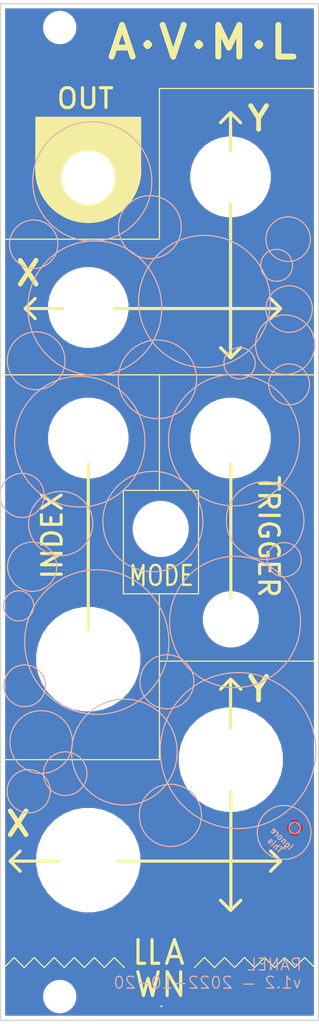
<source format=kicad_pcb>
(kicad_pcb (version 20171130) (host pcbnew "(5.1.10-1-10_14)")

  (general
    (thickness 1.6)
    (drawings 126)
    (tracks 1)
    (zones 0)
    (modules 13)
    (nets 2)
  )

  (page A4)
  (title_block
    (title "AVML: Front Panel")
    (date 2022-10-22)
    (rev 1.2)
    (company LLAWN)
    (comment 1 LLAWN.com)
  )

  (layers
    (0 Top signal)
    (31 Bottom signal hide)
    (34 B.Paste user hide)
    (35 F.Paste user)
    (36 B.SilkS user hide)
    (37 F.SilkS user)
    (38 B.Mask user hide)
    (39 F.Mask user)
    (40 Dwgs.User user hide)
    (41 Cmts.User user hide)
    (42 Eco1.User user hide)
    (43 Eco2.User user hide)
    (44 Edge.Cuts user)
    (45 Margin user hide)
    (46 B.CrtYd user hide)
    (47 F.CrtYd user)
  )

  (setup
    (last_trace_width 0.1524)
    (user_trace_width 1)
    (trace_clearance 0.1524)
    (zone_clearance 0.508)
    (zone_45_only yes)
    (trace_min 0.1524)
    (via_size 0.508)
    (via_drill 0.254)
    (via_min_size 0.508)
    (via_min_drill 0.254)
    (uvia_size 0.508)
    (uvia_drill 0.254)
    (uvias_allowed no)
    (uvia_min_size 0.2)
    (uvia_min_drill 0.1)
    (edge_width 0.15)
    (segment_width 0.2)
    (pcb_text_width 0.3)
    (pcb_text_size 1.5 1.5)
    (mod_edge_width 0.15)
    (mod_text_size 1 1)
    (mod_text_width 0.15)
    (pad_size 1.524 1.524)
    (pad_drill 0.762)
    (pad_to_mask_clearance 0.0508)
    (aux_axis_origin 0 0)
    (visible_elements FFFFFF7F)
    (pcbplotparams
      (layerselection 0x01020_7fffffff)
      (usegerberextensions true)
      (usegerberattributes false)
      (usegerberadvancedattributes false)
      (creategerberjobfile false)
      (excludeedgelayer true)
      (linewidth 0.100000)
      (plotframeref false)
      (viasonmask false)
      (mode 1)
      (useauxorigin false)
      (hpglpennumber 1)
      (hpglpenspeed 20)
      (hpglpendiameter 15.000000)
      (psnegative false)
      (psa4output false)
      (plotreference true)
      (plotvalue true)
      (plotinvisibletext false)
      (padsonsilk false)
      (subtractmaskfromsilk true)
      (outputformat 4)
      (mirror false)
      (drillshape 0)
      (scaleselection 1)
      (outputdirectory "gerbers/"))
  )

  (net 0 "")
  (net 1 GND)

  (net_class Default "This is the default net class."
    (clearance 0.1524)
    (trace_width 0.1524)
    (via_dia 0.508)
    (via_drill 0.254)
    (uvia_dia 0.508)
    (uvia_drill 0.254)
    (diff_pair_width 0.1524)
    (diff_pair_gap 0.1524)
    (add_net GND)
  )

  (module MountingHole:MountingHole_3.2mm_M3 locked (layer Top) (tedit 56D1B4CB) (tstamp 618E2DB1)
    (at 70.55296 150.34882)
    (descr "Mounting Hole 3.2mm, no annular, M3")
    (tags "mounting hole 3.2mm no annular m3")
    (attr virtual)
    (fp_text reference REF** (at 0 -4.2) (layer F.SilkS) hide
      (effects (font (size 1 1) (thickness 0.15)))
    )
    (fp_text value M3 (at 0 4.2) (layer F.Fab)
      (effects (font (size 1 1) (thickness 0.15)))
    )
    (fp_circle (center 0 0) (end 3.2 0) (layer Cmts.User) (width 0.15))
    (fp_circle (center 0 0) (end 3.45 0) (layer F.CrtYd) (width 0.05))
    (fp_text user %R (at 0.3 0) (layer F.Fab) hide
      (effects (font (size 1 1) (thickness 0.15)))
    )
    (pad 1 np_thru_hole circle (at 0 0) (size 3.2 3.2) (drill 3.2) (layers *.Cu *.Mask))
  )

  (module MountingHole:MountingHole_3.2mm_M3 locked (layer Top) (tedit 56D1B4CB) (tstamp 618E2D98)
    (at 70.55296 27.84882)
    (descr "Mounting Hole 3.2mm, no annular, M3")
    (tags "mounting hole 3.2mm no annular m3")
    (attr virtual)
    (fp_text reference REF** (at 0 -4.2) (layer F.SilkS) hide
      (effects (font (size 1 1) (thickness 0.15)))
    )
    (fp_text value M3 (at 0 4.2) (layer F.Fab)
      (effects (font (size 1 1) (thickness 0.15)))
    )
    (fp_circle (center 0 0) (end 3.2 0) (layer Cmts.User) (width 0.15))
    (fp_circle (center 0 0) (end 3.45 0) (layer F.CrtYd) (width 0.05))
    (fp_text user %R (at 0.3 0) (layer F.Fab) hide
      (effects (font (size 1 1) (thickness 0.15)))
    )
    (pad 1 np_thru_hole circle (at 0 0) (size 3.2 3.2) (drill 3.2) (layers *.Cu *.Mask))
  )

  (module TestPoint:TestPoint_Pad_D1.0mm (layer Bottom) (tedit 5A0F774F) (tstamp 618E2A86)
    (at 100.33 129.032 180)
    (descr "SMD pad as test Point, diameter 1.0mm")
    (tags "test point SMD pad")
    (path /618DD89D)
    (attr virtual)
    (fp_text reference J1 (at 0 1.448) (layer B.SilkS) hide
      (effects (font (size 1 1) (thickness 0.15)) (justify mirror))
    )
    (fp_text value DNP (at 0 -1.55) (layer B.Fab)
      (effects (font (size 1 1) (thickness 0.15)) (justify mirror))
    )
    (fp_circle (center 0 0) (end 1 0) (layer B.CrtYd) (width 0.05))
    (fp_circle (center 0 0) (end 0 -0.7) (layer B.SilkS) (width 0.12))
    (fp_text user %R (at 0 1.45) (layer B.Fab) hide
      (effects (font (size 1 1) (thickness 0.15)) (justify mirror))
    )
    (pad 1 smd circle (at 0 0 180) (size 1 1) (layers Bottom B.Mask)
      (net 1 GND))
  )

  (module jwm_kicad_footprints_misc:MountingHole_7.2mm_For_Potentiometer_Alpha_RD901F-40-00D locked (layer Top) (tedit 5FC8354B) (tstamp 618E120A)
    (at 74.168 133.103)
    (descr "Mounting Hole 6.4mm, no annular, M6, DIN965")
    (tags "mounting hole 6.4mm no annular m6 din965")
    (clearance 3)
    (attr virtual)
    (fp_text reference X (at -8.89 -4.579) (layer F.SilkS)
      (effects (font (size 3 3) (thickness 0.6)))
    )
    (fp_text value MountingHole_7.2mm_For_Potentiometer_Alpha_RD901F-40-00D (at 0 6.5) (layer F.Fab)
      (effects (font (size 1 1) (thickness 0.15)))
    )
    (fp_circle (center 0 0) (end 6 0) (layer Cmts.User) (width 0.15))
    (fp_circle (center 0 0) (end 6.4 0) (layer F.CrtYd) (width 0.05))
    (fp_text user %R (at 0.3 0) (layer F.Fab)
      (effects (font (size 1 1) (thickness 0.15)))
    )
    (pad "" np_thru_hole circle (at 0 0) (size 7.2 7.2) (drill 7.2) (layers *.Cu *.Mask))
  )

  (module jwm_kicad_footprints_misc:MountingHole_7.2mm_For_Potentiometer_Alpha_RD901F-40-00D locked (layer Top) (tedit 5FC8354B) (tstamp 618E3637)
    (at 92.242 120.403)
    (descr "Mounting Hole 6.4mm, no annular, M6, DIN965")
    (tags "mounting hole 6.4mm no annular m6 din965")
    (clearance 3)
    (attr virtual)
    (fp_text reference Y (at 3.516 -8.897) (layer F.SilkS)
      (effects (font (size 3 3) (thickness 0.6)))
    )
    (fp_text value MountingHole_7.2mm_For_Potentiometer_Alpha_RD901F-40-00D (at 0 6.5) (layer F.Fab)
      (effects (font (size 1 1) (thickness 0.15)))
    )
    (fp_circle (center 0 0) (end 6 0) (layer Cmts.User) (width 0.15))
    (fp_circle (center 0 0) (end 6.4 0) (layer F.CrtYd) (width 0.05))
    (fp_text user %R (at 0.3 0) (layer F.Fab)
      (effects (font (size 1 1) (thickness 0.15)))
    )
    (pad "" np_thru_hole circle (at 0 0) (size 7.2 7.2) (drill 7.2) (layers *.Cu *.Mask))
  )

  (module jwm_kicad_footprints_misc:MountingHole_7.2mm_For_Potentiometer_Alpha_RD901F-40-00D locked (layer Top) (tedit 5FC8354B) (tstamp 618E11E8)
    (at 74.168 107.703)
    (descr "Mounting Hole 6.4mm, no annular, M6, DIN965")
    (tags "mounting hole 6.4mm no annular m6 din965")
    (clearance 3)
    (attr virtual)
    (fp_text reference INDEX (at -4.572 -15.628 90) (layer F.SilkS)
      (effects (font (size 2.5 2.5) (thickness 0.4)))
    )
    (fp_text value MountingHole_7.2mm_For_Potentiometer_Alpha_RD901F-40-00D (at 0 6.5) (layer F.Fab)
      (effects (font (size 1 1) (thickness 0.15)))
    )
    (fp_circle (center 0 0) (end 6 0) (layer Cmts.User) (width 0.15))
    (fp_circle (center 0 0) (end 6.4 0) (layer F.CrtYd) (width 0.05))
    (fp_text user %R (at 0.3 0) (layer F.Fab)
      (effects (font (size 1 1) (thickness 0.15)))
    )
    (pad "" np_thru_hole circle (at 0 0) (size 7.2 7.2) (drill 7.2) (layers *.Cu *.Mask))
  )

  (module jwm_kicad_footprints_misc:MountingHole_5.1mm_For_E-Switch_Button_Cap_1R locked (layer Top) (tedit 604D19DF) (tstamp 618E11D7)
    (at 92.238 102.668)
    (descr "Mounting Hole 6.4mm, no annular, M6, DIN965")
    (tags "mounting hole 6.4mm no annular m6 din965")
    (clearance 1)
    (attr virtual)
    (fp_text reference TRIGGER (at 4.79 -10.466 270 unlocked) (layer F.SilkS)
      (effects (font (size 2.5 2.5) (thickness 0.4)))
    )
    (fp_text value MountingHole_5.1mm_For_E-Switch_Button_Cap_1R (at 0 5.334) (layer F.Fab)
      (effects (font (size 1 1) (thickness 0.15)))
    )
    (fp_circle (center 0 0) (end 2.6 0) (layer Cmts.User) (width 0.15))
    (fp_circle (center 0 0) (end 3 0) (layer F.CrtYd) (width 0.05))
    (fp_text user %R (at 0.3 0) (layer F.Fab)
      (effects (font (size 1 1) (thickness 0.15)))
    )
    (pad "" np_thru_hole circle (at 0 0) (size 5.1 5.1) (drill 5.1) (layers *.Cu *.Mask))
  )

  (module jwm_kicad_footprints_misc:MountingHole_5.1mm_For_E-Switch_Button_Cap_1R locked (layer Top) (tedit 604D19DF) (tstamp 618E11C6)
    (at 83.348 91.238)
    (descr "Mounting Hole 6.4mm, no annular, M6, DIN965")
    (tags "mounting hole 6.4mm no annular m6 din965")
    (clearance 1)
    (attr virtual)
    (fp_text reference MODE (at 0.091 5.917) (layer F.SilkS)
      (effects (font (size 2.5 2) (thickness 0.3)))
    )
    (fp_text value MountingHole_5.1mm_For_E-Switch_Button_Cap_1R (at 0 5.334) (layer F.Fab)
      (effects (font (size 1 1) (thickness 0.15)))
    )
    (fp_circle (center 0 0) (end 2.6 0) (layer Cmts.User) (width 0.15))
    (fp_circle (center 0 0) (end 3 0) (layer F.CrtYd) (width 0.05))
    (fp_text user %R (at 0.3 0) (layer F.Fab)
      (effects (font (size 1 1) (thickness 0.15)))
    )
    (pad "" np_thru_hole circle (at 0 0) (size 5.1 5.1) (drill 5.1) (layers *.Cu *.Mask))
  )

  (module jwm_kicad_footprints_misc:MountingHole_6.2mm_For_Jack_3.5mm_QingPu_WQP-PJ398SM locked (layer Top) (tedit 5FC834A0) (tstamp 618E11AA)
    (at 92.202 79.753)
    (descr "Mounting Hole 6.4mm, no annular, M6, DIN965")
    (tags "mounting hole 6.4mm no annular m6 din965")
    (clearance 2)
    (attr virtual)
    (fp_text reference TRIGGER (at 0 -6.5) (layer F.SilkS) hide
      (effects (font (size 1 1) (thickness 0.15)))
    )
    (fp_text value MountingHole_6.2mm_For_Jack_3.5mm_QingPu_WQP-PJ398SM (at 0 6.5) (layer F.Fab)
      (effects (font (size 1 1) (thickness 0.15)))
    )
    (fp_circle (center 0 0) (end 4 0) (layer Cmts.User) (width 0.15))
    (fp_circle (center 0 0) (end 4.4 0) (layer F.CrtYd) (width 0.05))
    (fp_text user %R (at 0.3 0) (layer F.Fab)
      (effects (font (size 1 1) (thickness 0.15)))
    )
    (pad "" np_thru_hole circle (at 0 0) (size 6.2 6.2) (drill 6.2) (layers *.Cu *.Mask))
  )

  (module jwm_kicad_footprints_misc:MountingHole_6.2mm_For_Jack_3.5mm_QingPu_WQP-PJ398SM locked (layer Top) (tedit 5FC834A0) (tstamp 618E1199)
    (at 74.168 79.753)
    (descr "Mounting Hole 6.4mm, no annular, M6, DIN965")
    (tags "mounting hole 6.4mm no annular m6 din965")
    (clearance 2)
    (attr virtual)
    (fp_text reference INDEX (at 0 -6.5) (layer F.SilkS) hide
      (effects (font (size 1 1) (thickness 0.15)))
    )
    (fp_text value MountingHole_6.2mm_For_Jack_3.5mm_QingPu_WQP-PJ398SM (at 0 6.5) (layer F.Fab)
      (effects (font (size 1 1) (thickness 0.15)))
    )
    (fp_circle (center 0 0) (end 4 0) (layer Cmts.User) (width 0.15))
    (fp_circle (center 0 0) (end 4.4 0) (layer F.CrtYd) (width 0.05))
    (fp_text user %R (at 0.3 0) (layer F.Fab)
      (effects (font (size 1 1) (thickness 0.15)))
    )
    (pad "" np_thru_hole circle (at 0 0) (size 6.2 6.2) (drill 6.2) (layers *.Cu *.Mask))
  )

  (module jwm_kicad_footprints_misc:MountingHole_6.2mm_For_Jack_3.5mm_QingPu_WQP-PJ398SM locked (layer Top) (tedit 5FC834A0) (tstamp 618E1187)
    (at 92.202 46.733)
    (descr "Mounting Hole 6.4mm, no annular, M6, DIN965")
    (tags "mounting hole 6.4mm no annular m6 din965")
    (clearance 2)
    (attr virtual)
    (fp_text reference Y (at 3.556 -7.363) (layer F.SilkS)
      (effects (font (size 3 3) (thickness 0.6)))
    )
    (fp_text value MountingHole_6.2mm_For_Jack_3.5mm_QingPu_WQP-PJ398SM (at 0 6.5) (layer F.Fab)
      (effects (font (size 1 1) (thickness 0.15)))
    )
    (fp_circle (center 0 0) (end 4 0) (layer Cmts.User) (width 0.15))
    (fp_circle (center 0 0) (end 4.4 0) (layer F.CrtYd) (width 0.05))
    (fp_text user %R (at 0.3 0) (layer F.Fab)
      (effects (font (size 1 1) (thickness 0.15)))
    )
    (pad "" np_thru_hole circle (at 0 0) (size 6.2 6.2) (drill 6.2) (layers *.Cu *.Mask))
  )

  (module jwm_kicad_footprints_misc:MountingHole_6.2mm_For_Jack_3.5mm_QingPu_WQP-PJ398SM locked (layer Top) (tedit 5FC834A0) (tstamp 618E1147)
    (at 74.168 63.243)
    (descr "Mounting Hole 6.4mm, no annular, M6, DIN965")
    (tags "mounting hole 6.4mm no annular m6 din965")
    (clearance 2)
    (attr virtual)
    (fp_text reference X (at -7.62 -4.315) (layer F.SilkS)
      (effects (font (size 3 3) (thickness 0.6)))
    )
    (fp_text value MountingHole_6.2mm_For_Jack_3.5mm_QingPu_WQP-PJ398SM (at 0 6.5) (layer F.Fab)
      (effects (font (size 1 1) (thickness 0.15)))
    )
    (fp_circle (center 0 0) (end 4 0) (layer Cmts.User) (width 0.15))
    (fp_circle (center 0 0) (end 4.4 0) (layer F.CrtYd) (width 0.05))
    (fp_text user %R (at 0.3 0) (layer F.Fab)
      (effects (font (size 1 1) (thickness 0.15)))
    )
    (pad "" np_thru_hole circle (at 0 0) (size 6.2 6.2) (drill 6.2) (layers *.Cu *.Mask))
  )

  (module jwm_kicad_footprints_misc:MountingHole_6.2mm_For_Jack_3.5mm_QingPu_WQP-PJ398SM locked (layer Top) (tedit 5FC834A0) (tstamp 618E111D)
    (at 74.168 46.733)
    (descr "Mounting Hole 6.4mm, no annular, M6, DIN965")
    (tags "mounting hole 6.4mm no annular m6 din965")
    (clearance 2)
    (attr virtual)
    (fp_text reference OUT (at -0.381 -9.903) (layer F.SilkS)
      (effects (font (size 2.5 2.5) (thickness 0.4)))
    )
    (fp_text value MountingHole_6.2mm_For_Jack_3.5mm_QingPu_WQP-PJ398SM (at 0 6.5) (layer F.Fab)
      (effects (font (size 1 1) (thickness 0.15)))
    )
    (fp_circle (center 0 0) (end 4.4 0) (layer F.CrtYd) (width 0.05))
    (fp_circle (center 0 0) (end 4 0) (layer Cmts.User) (width 0.15))
    (fp_text user %R (at 0.3 0) (layer F.Fab)
      (effects (font (size 1 1) (thickness 0.15)))
    )
    (pad "" np_thru_hole circle (at 0 0) (size 6.2 6.2) (drill 6.2) (layers *.Cu *.Mask))
  )

  (gr_line (start 63.5 54.61) (end 83.185 54.61) (layer F.SilkS) (width 0.15))
  (gr_line (start 102.87 107.95) (end 83.185 107.95) (layer F.SilkS) (width 0.15))
  (gr_line (start 102.87 71.755) (end 63.5 71.755) (layer F.SilkS) (width 0.15))
  (gr_line (start 83.185 120.405) (end 63.5 120.405) (layer F.SilkS) (width 0.15))
  (gr_line (start 83.185 107.315) (end 83.185 120.405) (layer F.SilkS) (width 0.15) (tstamp 6352A97B))
  (gr_line (start 83.185 107.315) (end 83.185 100.33) (layer F.SilkS) (width 0.15))
  (gr_line (start 83.185 35.56) (end 83.185 54.61) (layer F.SilkS) (width 0.15) (tstamp 6352A97F))
  (gr_line (start 83.185 71.755) (end 83.185 86.36) (layer F.SilkS) (width 0.15))
  (gr_line (start 83.185 35.56) (end 102.87 35.56) (layer F.SilkS) (width 0.15))
  (gr_line (start 83.185 100.33) (end 83.185 99.441) (layer F.SilkS) (width 0.15))
  (gr_line (start 83.185 20.955) (end 83.185 168.275) (layer Dwgs.User) (width 0.15))
  (gr_line (start 103.505 24.765) (end 57.785 170.18) (layer Dwgs.User) (width 0.15))
  (gr_line (start 62.865 24.765) (end 109.855 173.99) (layer Dwgs.User) (width 0.15))
  (gr_line (start 95.25 146.685) (end 93.98 145.415) (layer F.SilkS) (width 0.15) (tstamp 6352A8B0))
  (gr_line (start 90.17 146.685) (end 88.9 145.415) (layer F.SilkS) (width 0.15) (tstamp 6352A8AF))
  (gr_line (start 102.87 146.685) (end 101.6 145.415) (layer F.SilkS) (width 0.15) (tstamp 6352A8AE))
  (gr_line (start 100.33 146.685) (end 99.06 145.415) (layer F.SilkS) (width 0.15) (tstamp 6352A8AD))
  (gr_line (start 96.52 145.415) (end 95.25 146.685) (layer F.SilkS) (width 0.15) (tstamp 6352A8AC))
  (gr_line (start 88.9 145.415) (end 87.63 146.685) (layer F.SilkS) (width 0.15) (tstamp 6352A8AB))
  (gr_line (start 99.06 145.415) (end 97.79 146.685) (layer F.SilkS) (width 0.15) (tstamp 6352A8AA))
  (gr_line (start 101.6 145.415) (end 100.33 146.685) (layer F.SilkS) (width 0.15) (tstamp 6352A8A9))
  (gr_line (start 92.71 146.685) (end 91.44 145.415) (layer F.SilkS) (width 0.15) (tstamp 6352A8A8))
  (gr_line (start 93.98 145.415) (end 92.71 146.685) (layer F.SilkS) (width 0.15) (tstamp 6352A8A7))
  (gr_line (start 97.79 146.685) (end 96.52 145.415) (layer F.SilkS) (width 0.15) (tstamp 6352A8A6))
  (gr_line (start 91.44 145.415) (end 90.17 146.685) (layer F.SilkS) (width 0.15) (tstamp 6352A8A5))
  (gr_line (start 64.77 145.415) (end 63.5 146.685) (layer F.SilkS) (width 0.15) (tstamp 6352A5B8))
  (gr_line (start 74.93 145.415) (end 73.66 146.685) (layer F.SilkS) (width 0.15) (tstamp 6352A5B7))
  (gr_line (start 77.47 145.415) (end 76.2 146.685) (layer F.SilkS) (width 0.15) (tstamp 6352A5B6))
  (gr_line (start 68.58 146.685) (end 67.31 145.415) (layer F.SilkS) (width 0.15) (tstamp 6352A5B5))
  (gr_line (start 69.85 145.415) (end 68.58 146.685) (layer F.SilkS) (width 0.15) (tstamp 6352A5B4))
  (gr_line (start 73.66 146.685) (end 72.39 145.415) (layer F.SilkS) (width 0.15) (tstamp 6352A5B3))
  (gr_line (start 67.31 145.415) (end 66.04 146.685) (layer F.SilkS) (width 0.15) (tstamp 6352A5B2))
  (gr_line (start 66.04 146.685) (end 64.77 145.415) (layer F.SilkS) (width 0.15) (tstamp 6352A5B1))
  (gr_line (start 78.74 146.685) (end 77.47 145.415) (layer F.SilkS) (width 0.15) (tstamp 6352A5B0))
  (gr_line (start 76.2 146.685) (end 74.93 145.415) (layer F.SilkS) (width 0.15) (tstamp 6352A5AF))
  (gr_line (start 71.12 146.685) (end 69.85 145.415) (layer F.SilkS) (width 0.15) (tstamp 6352A5AE))
  (gr_line (start 72.39 145.415) (end 71.12 146.685) (layer F.SilkS) (width 0.15) (tstamp 6352A5AD))
  (gr_line (start 53.34 150.368) (end 112.522 150.368) (layer Dwgs.User) (width 0.15))
  (gr_text WN (at 83.312 148.844) (layer F.SilkS) (tstamp 6352A563)
    (effects (font (size 3 3) (thickness 0.4)))
  )
  (gr_text A (at 85.09 144.78) (layer F.SilkS) (tstamp 6352A566)
    (effects (font (size 3 3) (thickness 0.4)))
  )
  (gr_text L (at 82.55 144.78) (layer F.SilkS) (tstamp 6352A55D)
    (effects (font (size 3 1.8) (thickness 0.4)))
  )
  (gr_text L (at 80.772 144.78) (layer F.SilkS) (tstamp 6352A560)
    (effects (font (size 3 1.8) (thickness 0.4)))
  )
  (gr_text PANEL (at 97.79 146.304) (layer B.SilkS) (tstamp 6192A30F)
    (effects (font (size 1.5 1.5) (thickness 0.16)) (justify mirror))
  )
  (gr_text A·V·M·L (at 88.646 29.718) (layer F.SilkS) (tstamp 618E384D)
    (effects (font (size 4 4) (thickness 0.75)))
  )
  (gr_line (start 92.202 110.236) (end 92.202 116.459) (layer F.SilkS) (width 0.4) (tstamp 618E22B3))
  (gr_line (start 91.948 25.4) (end 74.422 25.4) (layer Dwgs.User) (width 0.15) (tstamp 618E350D))
  (gr_line (start 91.948 33.782) (end 91.948 25.4) (layer Dwgs.User) (width 0.15))
  (gr_line (start 74.422 33.782) (end 91.948 33.782) (layer Dwgs.User) (width 0.15))
  (gr_line (start 74.422 25.4) (end 74.422 33.782) (layer Dwgs.User) (width 0.15))
  (gr_line (start 78.613 99.441) (end 88.138 99.441) (layer F.SilkS) (width 0.15) (tstamp 618E22F9))
  (gr_line (start 88.138 99.441) (end 88.138 86.36) (layer F.SilkS) (width 0.15) (tstamp 618E22F8))
  (gr_line (start 88.138 86.36) (end 78.613 86.36) (layer F.SilkS) (width 0.15) (tstamp 618E22F7))
  (gr_line (start 78.613 86.36) (end 78.613 99.441) (layer F.SilkS) (width 0.15) (tstamp 618E22F6))
  (gr_line (start 92.238 82.804) (end 92.238 99.949) (layer F.SilkS) (width 0.4) (tstamp 618E22F5))
  (gr_line (start 74.168 82.677) (end 74.168 104.14) (layer F.SilkS) (width 0.4) (tstamp 618E22F4))
  (gr_line (start 98.552 63.373) (end 97.282 64.643) (layer F.SilkS) (width 0.4) (tstamp 618E22D9))
  (gr_line (start 98.552 63.373) (end 97.282 62.103) (layer F.SilkS) (width 0.4) (tstamp 618E22D8))
  (gr_line (start 92.202 38.608) (end 90.932 39.878) (layer F.SilkS) (width 0.4) (tstamp 618E22D7))
  (gr_line (start 92.202 38.608) (end 93.472 39.878) (layer F.SilkS) (width 0.4) (tstamp 618E22D6))
  (gr_line (start 66.167 63.37) (end 67.437 62.1) (layer F.SilkS) (width 0.4) (tstamp 618E22D5))
  (gr_line (start 66.167 63.373) (end 67.437 64.643) (layer F.SilkS) (width 0.4) (tstamp 618E22D4))
  (gr_line (start 90.932 68.326) (end 92.202 69.596) (layer F.SilkS) (width 0.4) (tstamp 618E22D3))
  (gr_line (start 92.202 69.596) (end 93.472 68.326) (layer F.SilkS) (width 0.4) (tstamp 618E22D2))
  (gr_circle (center 74.168 45.847) (end 80.815816 45.847) (layer F.SilkS) (width 0.15) (tstamp 618E22D1))
  (gr_poly (pts (xy 80.815816 45.847) (xy 80.825658 39.1795) (xy 67.510342 39.1795) (xy 67.5005 45.847) (xy 68.961 44.323) (xy 70.485 43.561) (xy 72.517 42.164) (xy 75.184 42.037) (xy 77.851 43.18) (xy 79.629 46.101)) (layer F.SilkS) (width 0.1) (tstamp 618E22D0))
  (gr_circle (center 74.168 46.836337) (end 78.668 46.836337) (layer F.SilkS) (width 2.2) (tstamp 618E22CF))
  (gr_circle (center 74.168 45.7835) (end 80.3275 45.7835) (layer F.SilkS) (width 1) (tstamp 618E22CE))
  (gr_circle (center 74.168 45.7835) (end 79.756 45.7835) (layer F.SilkS) (width 1) (tstamp 618E22CD))
  (gr_line (start 92.202 38.608) (end 92.202 43.561) (layer F.SilkS) (width 0.4) (tstamp 618E22CC))
  (gr_line (start 92.202 69.596) (end 92.202 50.1015) (layer F.SilkS) (width 0.4) (tstamp 618E22CB))
  (gr_line (start 66.167 63.373) (end 70.993 63.373) (layer F.SilkS) (width 0.4) (tstamp 618E22CA))
  (gr_line (start 98.552 63.373) (end 77.4065 63.373) (layer F.SilkS) (width 0.4) (tstamp 618E22C9))
  (gr_line (start 92.242 139.446) (end 93.512 138.176) (layer F.SilkS) (width 0.4) (tstamp 618E22BB))
  (gr_line (start 90.932 138.176) (end 92.202 139.446) (layer F.SilkS) (width 0.4) (tstamp 618E22BA))
  (gr_line (start 98.552 133.223) (end 97.282 131.953) (layer F.SilkS) (width 0.4) (tstamp 618E22B9))
  (gr_line (start 98.552 133.23) (end 97.282 134.5) (layer F.SilkS) (width 0.4) (tstamp 618E22B8))
  (gr_line (start 92.242 110.236) (end 93.512 111.506) (layer F.SilkS) (width 0.4) (tstamp 618E22B7))
  (gr_line (start 92.202 110.236) (end 90.932 111.506) (layer F.SilkS) (width 0.4) (tstamp 618E22B6))
  (gr_line (start 64.262 133.23) (end 65.532 134.5) (layer F.SilkS) (width 0.4) (tstamp 618E22B5))
  (gr_line (start 64.262 133.223) (end 65.532 131.953) (layer F.SilkS) (width 0.4) (tstamp 618E22B4))
  (gr_line (start 92.242 139.446) (end 92.242 124.3965) (layer F.SilkS) (width 0.4) (tstamp 618E22B2))
  (gr_line (start 64.262 133.23) (end 70.4215 133.23) (layer F.SilkS) (width 0.4) (tstamp 618E22B1))
  (gr_line (start 98.552 133.23) (end 77.9145 133.23) (layer F.SilkS) (width 0.4) (tstamp 618E22B0))
  (gr_text "Ignore\nThis" (at 98.298 130.81 -45) (layer B.SilkS)
    (effects (font (size 0.75 0.75) (thickness 0.16)) (justify mirror))
  )
  (gr_line (start 103.35296 24.84882) (end 103.35296 153.34882) (layer Edge.Cuts) (width 0.15) (tstamp 618E133D))
  (gr_line (start 63.05296 153.34882) (end 103.35296 153.34882) (layer Edge.Cuts) (width 0.15))
  (gr_line (start 63.05296 24.84882) (end 103.35296 24.84882) (layer Edge.Cuts) (width 0.15))
  (gr_line (start 63.05296 24.84882) (end 63.05296 153.34882) (layer Edge.Cuts) (width 0.15))
  (gr_line (start 101.917 39.003) (end 64.417 39.003) (layer Dwgs.User) (width 1))
  (gr_line (start 101.917 139.003) (end 101.917 39.003) (layer Dwgs.User) (width 1))
  (gr_line (start 64.417 139.003) (end 101.917 139.003) (layer Dwgs.User) (width 1))
  (gr_line (start 64.417 39.003) (end 64.417 139.003) (layer Dwgs.User) (width 1))
  (gr_text "v1.2 — 2022-10-20" (at 89.281 148.59) (layer B.SilkS)
    (effects (font (size 1.5 1.5) (thickness 0.16)) (justify mirror))
  )
  (gr_circle (center 98.9965 129.6035) (end 98.4885 132.969) (layer B.SilkS) (width 0.15))
  (gr_circle (center 84.582 127.4445) (end 84.6455 131.3815) (layer B.SilkS) (width 0.15))
  (gr_circle (center 71.247 122.174) (end 70.5485 124.841) (layer B.SilkS) (width 0.15))
  (gr_circle (center 66.6115 124.3965) (end 66.7385 127.127) (layer B.SilkS) (width 0.15))
  (gr_circle (center 65.786 86.995) (end 65.659 89.789) (layer B.SilkS) (width 0.15))
  (gr_circle (center 81.9785 53.086) (end 82.55 57.023) (layer B.SilkS) (width 0.15))
  (gr_circle (center 98.044 57.912) (end 97.5995 59.8805) (layer B.SilkS) (width 0.15))
  (gr_circle (center 99.6315 63.4365) (end 99.314 60.5155) (layer B.SilkS) (width 0.15))
  (gr_circle (center 93.345 70.2945) (end 94.234 72.0725) (layer B.SilkS) (width 0.15))
  (gr_circle (center 99.6315 72.9615) (end 99.1235 75.5015) (layer B.SilkS) (width 0.15))
  (gr_circle (center 98.9965 95.123) (end 98.8695 97.282) (layer B.SilkS) (width 0.15))
  (gr_circle (center 84.1375 110.5535) (end 83.566 113.919) (layer B.SilkS) (width 0.15))
  (gr_circle (center 66.1035 111.0615) (end 66.802 113.6015) (layer B.SilkS) (width 0.15))
  (gr_circle (center 65.3415 100.965) (end 65.8495 102.8065) (layer B.SilkS) (width 0.15))
  (gr_circle (center 67.056 96.012) (end 66.421 99.06) (layer B.SilkS) (width 0.15))
  (gr_circle (center 67.564 69.977) (end 66.294 73.406) (layer B.SilkS) (width 0.15))
  (gr_circle (center 99.1235 67.945) (end 97.2185 71.1835) (layer B.SilkS) (width 0.15))
  (gr_circle (center 99.5045 54.61) (end 98.806 57.3405) (layer B.SilkS) (width 0.15))
  (gr_circle (center 67.2465 55.245) (end 66.929 58.293) (layer B.SilkS) (width 0.15))
  (gr_circle (center 82.931 72.3265) (end 82.55 77.2795) (layer B.SilkS) (width 0.15))
  (gr_circle (center 96.5835 90.17) (end 95.631 94.996) (layer B.SilkS) (width 0.15))
  (gr_circle (center 70.6755 90.551) (end 70.5485 94.615) (layer B.SilkS) (width 0.15))
  (gr_circle (center 68.199 118.1735) (end 68.6435 122.1105) (layer B.SilkS) (width 0.15))
  (gr_circle (center 78.74 119.4435) (end 74.168 124.333) (layer B.SilkS) (width 0.15))
  (gr_circle (center 93.1545 119.253) (end 88.519 127.9525) (layer B.SilkS) (width 0.15))
  (gr_circle (center 92.7735 102.997) (end 97.536 109.7915) (layer B.SilkS) (width 0.15))
  (gr_circle (center 75.2475 105.537) (end 72.4535 114.2365) (layer B.SilkS) (width 0.15))
  (gr_circle (center 82.3595 90.297) (end 81.153 96.52) (layer B.SilkS) (width 0.15))
  (gr_circle (center 73.0885 80.2005) (end 72.771 88.4555) (layer B.SilkS) (width 0.15))
  (gr_circle (center 92.6465 80.01) (end 90.932 88.138) (layer B.SilkS) (width 0.15))
  (gr_circle (center 88.9 62.484) (end 85.217 69.977) (layer B.SilkS) (width 0.15))
  (gr_circle (center 74.9935 63.3095) (end 78.1685 71.1835) (layer B.SilkS) (width 0.15))
  (gr_circle (center 74.676 47.3075) (end 75.565 54.8005) (layer B.SilkS) (width 0.15))

  (via (at 83.439 151.5745) (size 0.508) (drill 0.254) (layers Top Bottom) (net 1))

  (zone (net 1) (net_name GND) (layer Bottom) (tstamp 6352A9BD) (hatch edge 0.508)
    (connect_pads (clearance 0.508))
    (min_thickness 0.254)
    (fill yes (arc_segments 32) (thermal_gap 0.508) (thermal_bridge_width 0.508))
    (polygon
      (pts
        (xy 103.378 153.416) (xy 62.992 153.416) (xy 62.992 24.892) (xy 103.378 24.892)
      )
    )
    (filled_polygon
      (pts
        (xy 102.642961 152.63882) (xy 63.76296 152.63882) (xy 63.76296 150.128692) (xy 68.31796 150.128692) (xy 68.31796 150.568948)
        (xy 68.40385 151.000745) (xy 68.572329 151.407489) (xy 68.816922 151.773549) (xy 69.128231 152.084858) (xy 69.494291 152.329451)
        (xy 69.901035 152.49793) (xy 70.332832 152.58382) (xy 70.773088 152.58382) (xy 71.204885 152.49793) (xy 71.611629 152.329451)
        (xy 71.977689 152.084858) (xy 72.288998 151.773549) (xy 72.533591 151.407489) (xy 72.70207 151.000745) (xy 72.78796 150.568948)
        (xy 72.78796 150.128692) (xy 72.70207 149.696895) (xy 72.533591 149.290151) (xy 72.288998 148.924091) (xy 71.977689 148.612782)
        (xy 71.611629 148.368189) (xy 71.204885 148.19971) (xy 70.773088 148.11382) (xy 70.332832 148.11382) (xy 69.901035 148.19971)
        (xy 69.494291 148.368189) (xy 69.128231 148.612782) (xy 68.816922 148.924091) (xy 68.572329 149.290151) (xy 68.40385 149.696895)
        (xy 68.31796 150.128692) (xy 63.76296 150.128692) (xy 63.76296 132.440448) (xy 67.441 132.440448) (xy 67.441 133.765552)
        (xy 67.699515 135.065193) (xy 68.20661 136.289429) (xy 68.942798 137.391212) (xy 69.879788 138.328202) (xy 70.981571 139.06439)
        (xy 72.205807 139.571485) (xy 73.505448 139.83) (xy 74.830552 139.83) (xy 76.130193 139.571485) (xy 77.354429 139.06439)
        (xy 78.456212 138.328202) (xy 79.393202 137.391212) (xy 80.12939 136.289429) (xy 80.636485 135.065193) (xy 80.895 133.765552)
        (xy 80.895 132.440448) (xy 80.636485 131.140807) (xy 80.12939 129.916571) (xy 80.058293 129.810166) (xy 99.731439 129.810166)
        (xy 99.76655 130.023588) (xy 99.970826 130.114458) (xy 100.188905 130.163731) (xy 100.412406 130.169511) (xy 100.63274 130.131577)
        (xy 100.84144 130.051387) (xy 100.89345 130.023588) (xy 100.928561 129.810166) (xy 100.33 129.211605) (xy 99.731439 129.810166)
        (xy 80.058293 129.810166) (xy 79.593401 129.114406) (xy 99.192489 129.114406) (xy 99.230423 129.33474) (xy 99.310613 129.54344)
        (xy 99.338412 129.59545) (xy 99.551834 129.630561) (xy 100.150395 129.032) (xy 100.509605 129.032) (xy 101.108166 129.630561)
        (xy 101.321588 129.59545) (xy 101.412458 129.391174) (xy 101.461731 129.173095) (xy 101.467511 128.949594) (xy 101.429577 128.72926)
        (xy 101.349387 128.52056) (xy 101.321588 128.46855) (xy 101.108166 128.433439) (xy 100.509605 129.032) (xy 100.150395 129.032)
        (xy 99.551834 128.433439) (xy 99.338412 128.46855) (xy 99.247542 128.672826) (xy 99.198269 128.890905) (xy 99.192489 129.114406)
        (xy 79.593401 129.114406) (xy 79.393202 128.814788) (xy 78.832248 128.253834) (xy 99.731439 128.253834) (xy 100.33 128.852395)
        (xy 100.928561 128.253834) (xy 100.89345 128.040412) (xy 100.689174 127.949542) (xy 100.471095 127.900269) (xy 100.247594 127.894489)
        (xy 100.02726 127.932423) (xy 99.81856 128.012613) (xy 99.76655 128.040412) (xy 99.731439 128.253834) (xy 78.832248 128.253834)
        (xy 78.456212 127.877798) (xy 77.354429 127.14161) (xy 76.130193 126.634515) (xy 74.830552 126.376) (xy 73.505448 126.376)
        (xy 72.205807 126.634515) (xy 70.981571 127.14161) (xy 69.879788 127.877798) (xy 68.942798 128.814788) (xy 68.20661 129.916571)
        (xy 67.699515 131.140807) (xy 67.441 132.440448) (xy 63.76296 132.440448) (xy 63.76296 119.740448) (xy 85.515 119.740448)
        (xy 85.515 121.065552) (xy 85.773515 122.365193) (xy 86.28061 123.589429) (xy 87.016798 124.691212) (xy 87.953788 125.628202)
        (xy 89.055571 126.36439) (xy 90.279807 126.871485) (xy 91.579448 127.13) (xy 92.904552 127.13) (xy 94.204193 126.871485)
        (xy 95.428429 126.36439) (xy 96.530212 125.628202) (xy 97.467202 124.691212) (xy 98.20339 123.589429) (xy 98.710485 122.365193)
        (xy 98.969 121.065552) (xy 98.969 119.740448) (xy 98.710485 118.440807) (xy 98.20339 117.216571) (xy 97.467202 116.114788)
        (xy 96.530212 115.177798) (xy 95.428429 114.44161) (xy 94.204193 113.934515) (xy 92.904552 113.676) (xy 91.579448 113.676)
        (xy 90.279807 113.934515) (xy 89.055571 114.44161) (xy 87.953788 115.177798) (xy 87.016798 116.114788) (xy 86.28061 117.216571)
        (xy 85.773515 118.440807) (xy 85.515 119.740448) (xy 63.76296 119.740448) (xy 63.76296 107.040448) (xy 67.441 107.040448)
        (xy 67.441 108.365552) (xy 67.699515 109.665193) (xy 68.20661 110.889429) (xy 68.942798 111.991212) (xy 69.879788 112.928202)
        (xy 70.981571 113.66439) (xy 72.205807 114.171485) (xy 73.505448 114.43) (xy 74.830552 114.43) (xy 76.130193 114.171485)
        (xy 77.354429 113.66439) (xy 78.456212 112.928202) (xy 79.393202 111.991212) (xy 80.12939 110.889429) (xy 80.636485 109.665193)
        (xy 80.895 108.365552) (xy 80.895 107.040448) (xy 80.636485 105.740807) (xy 80.12939 104.516571) (xy 79.393202 103.414788)
        (xy 78.456212 102.477798) (xy 78.19887 102.305847) (xy 88.561 102.305847) (xy 88.561 103.030153) (xy 88.702305 103.740541)
        (xy 88.979485 104.409712) (xy 89.381888 105.011951) (xy 89.894049 105.524112) (xy 90.496288 105.926515) (xy 91.165459 106.203695)
        (xy 91.875847 106.345) (xy 92.600153 106.345) (xy 93.310541 106.203695) (xy 93.979712 105.926515) (xy 94.581951 105.524112)
        (xy 95.094112 105.011951) (xy 95.496515 104.409712) (xy 95.773695 103.740541) (xy 95.915 103.030153) (xy 95.915 102.305847)
        (xy 95.773695 101.595459) (xy 95.496515 100.926288) (xy 95.094112 100.324049) (xy 94.581951 99.811888) (xy 93.979712 99.409485)
        (xy 93.310541 99.132305) (xy 92.600153 98.991) (xy 91.875847 98.991) (xy 91.165459 99.132305) (xy 90.496288 99.409485)
        (xy 89.894049 99.811888) (xy 89.381888 100.324049) (xy 88.979485 100.926288) (xy 88.702305 101.595459) (xy 88.561 102.305847)
        (xy 78.19887 102.305847) (xy 77.354429 101.74161) (xy 76.130193 101.234515) (xy 74.830552 100.976) (xy 73.505448 100.976)
        (xy 72.205807 101.234515) (xy 70.981571 101.74161) (xy 69.879788 102.477798) (xy 68.942798 103.414788) (xy 68.20661 104.516571)
        (xy 67.699515 105.740807) (xy 67.441 107.040448) (xy 63.76296 107.040448) (xy 63.76296 90.875847) (xy 79.671 90.875847)
        (xy 79.671 91.600153) (xy 79.812305 92.310541) (xy 80.089485 92.979712) (xy 80.491888 93.581951) (xy 81.004049 94.094112)
        (xy 81.606288 94.496515) (xy 82.275459 94.773695) (xy 82.985847 94.915) (xy 83.710153 94.915) (xy 84.420541 94.773695)
        (xy 85.089712 94.496515) (xy 85.691951 94.094112) (xy 86.204112 93.581951) (xy 86.606515 92.979712) (xy 86.883695 92.310541)
        (xy 87.025 91.600153) (xy 87.025 90.875847) (xy 86.883695 90.165459) (xy 86.606515 89.496288) (xy 86.204112 88.894049)
        (xy 85.691951 88.381888) (xy 85.089712 87.979485) (xy 84.420541 87.702305) (xy 83.710153 87.561) (xy 82.985847 87.561)
        (xy 82.275459 87.702305) (xy 81.606288 87.979485) (xy 81.004049 88.381888) (xy 80.491888 88.894049) (xy 80.089485 89.496288)
        (xy 79.812305 90.165459) (xy 79.671 90.875847) (xy 63.76296 90.875847) (xy 63.76296 79.238185) (xy 68.941 79.238185)
        (xy 68.941 80.267815) (xy 69.141871 81.27766) (xy 69.535893 82.228913) (xy 70.107924 83.085018) (xy 70.835982 83.813076)
        (xy 71.692087 84.385107) (xy 72.64334 84.779129) (xy 73.653185 84.98) (xy 74.682815 84.98) (xy 75.69266 84.779129)
        (xy 76.643913 84.385107) (xy 77.500018 83.813076) (xy 78.228076 83.085018) (xy 78.800107 82.228913) (xy 79.194129 81.27766)
        (xy 79.395 80.267815) (xy 79.395 79.238185) (xy 86.975 79.238185) (xy 86.975 80.267815) (xy 87.175871 81.27766)
        (xy 87.569893 82.228913) (xy 88.141924 83.085018) (xy 88.869982 83.813076) (xy 89.726087 84.385107) (xy 90.67734 84.779129)
        (xy 91.687185 84.98) (xy 92.716815 84.98) (xy 93.72666 84.779129) (xy 94.677913 84.385107) (xy 95.534018 83.813076)
        (xy 96.262076 83.085018) (xy 96.834107 82.228913) (xy 97.228129 81.27766) (xy 97.429 80.267815) (xy 97.429 79.238185)
        (xy 97.228129 78.22834) (xy 96.834107 77.277087) (xy 96.262076 76.420982) (xy 95.534018 75.692924) (xy 94.677913 75.120893)
        (xy 93.72666 74.726871) (xy 92.716815 74.526) (xy 91.687185 74.526) (xy 90.67734 74.726871) (xy 89.726087 75.120893)
        (xy 88.869982 75.692924) (xy 88.141924 76.420982) (xy 87.569893 77.277087) (xy 87.175871 78.22834) (xy 86.975 79.238185)
        (xy 79.395 79.238185) (xy 79.194129 78.22834) (xy 78.800107 77.277087) (xy 78.228076 76.420982) (xy 77.500018 75.692924)
        (xy 76.643913 75.120893) (xy 75.69266 74.726871) (xy 74.682815 74.526) (xy 73.653185 74.526) (xy 72.64334 74.726871)
        (xy 71.692087 75.120893) (xy 70.835982 75.692924) (xy 70.107924 76.420982) (xy 69.535893 77.277087) (xy 69.141871 78.22834)
        (xy 68.941 79.238185) (xy 63.76296 79.238185) (xy 63.76296 62.728185) (xy 68.941 62.728185) (xy 68.941 63.757815)
        (xy 69.141871 64.76766) (xy 69.535893 65.718913) (xy 70.107924 66.575018) (xy 70.835982 67.303076) (xy 71.692087 67.875107)
        (xy 72.64334 68.269129) (xy 73.653185 68.47) (xy 74.682815 68.47) (xy 75.69266 68.269129) (xy 76.643913 67.875107)
        (xy 77.500018 67.303076) (xy 78.228076 66.575018) (xy 78.800107 65.718913) (xy 79.194129 64.76766) (xy 79.395 63.757815)
        (xy 79.395 62.728185) (xy 79.194129 61.71834) (xy 78.800107 60.767087) (xy 78.228076 59.910982) (xy 77.500018 59.182924)
        (xy 76.643913 58.610893) (xy 75.69266 58.216871) (xy 74.682815 58.016) (xy 73.653185 58.016) (xy 72.64334 58.216871)
        (xy 71.692087 58.610893) (xy 70.835982 59.182924) (xy 70.107924 59.910982) (xy 69.535893 60.767087) (xy 69.141871 61.71834)
        (xy 68.941 62.728185) (xy 63.76296 62.728185) (xy 63.76296 46.218185) (xy 68.941 46.218185) (xy 68.941 47.247815)
        (xy 69.141871 48.25766) (xy 69.535893 49.208913) (xy 70.107924 50.065018) (xy 70.835982 50.793076) (xy 71.692087 51.365107)
        (xy 72.64334 51.759129) (xy 73.653185 51.96) (xy 74.682815 51.96) (xy 75.69266 51.759129) (xy 76.643913 51.365107)
        (xy 77.500018 50.793076) (xy 78.228076 50.065018) (xy 78.800107 49.208913) (xy 79.194129 48.25766) (xy 79.395 47.247815)
        (xy 79.395 46.218185) (xy 86.975 46.218185) (xy 86.975 47.247815) (xy 87.175871 48.25766) (xy 87.569893 49.208913)
        (xy 88.141924 50.065018) (xy 88.869982 50.793076) (xy 89.726087 51.365107) (xy 90.67734 51.759129) (xy 91.687185 51.96)
        (xy 92.716815 51.96) (xy 93.72666 51.759129) (xy 94.677913 51.365107) (xy 95.534018 50.793076) (xy 96.262076 50.065018)
        (xy 96.834107 49.208913) (xy 97.228129 48.25766) (xy 97.429 47.247815) (xy 97.429 46.218185) (xy 97.228129 45.20834)
        (xy 96.834107 44.257087) (xy 96.262076 43.400982) (xy 95.534018 42.672924) (xy 94.677913 42.100893) (xy 93.72666 41.706871)
        (xy 92.716815 41.506) (xy 91.687185 41.506) (xy 90.67734 41.706871) (xy 89.726087 42.100893) (xy 88.869982 42.672924)
        (xy 88.141924 43.400982) (xy 87.569893 44.257087) (xy 87.175871 45.20834) (xy 86.975 46.218185) (xy 79.395 46.218185)
        (xy 79.194129 45.20834) (xy 78.800107 44.257087) (xy 78.228076 43.400982) (xy 77.500018 42.672924) (xy 76.643913 42.100893)
        (xy 75.69266 41.706871) (xy 74.682815 41.506) (xy 73.653185 41.506) (xy 72.64334 41.706871) (xy 71.692087 42.100893)
        (xy 70.835982 42.672924) (xy 70.107924 43.400982) (xy 69.535893 44.257087) (xy 69.141871 45.20834) (xy 68.941 46.218185)
        (xy 63.76296 46.218185) (xy 63.76296 27.628692) (xy 68.31796 27.628692) (xy 68.31796 28.068948) (xy 68.40385 28.500745)
        (xy 68.572329 28.907489) (xy 68.816922 29.273549) (xy 69.128231 29.584858) (xy 69.494291 29.829451) (xy 69.901035 29.99793)
        (xy 70.332832 30.08382) (xy 70.773088 30.08382) (xy 71.204885 29.99793) (xy 71.611629 29.829451) (xy 71.977689 29.584858)
        (xy 72.288998 29.273549) (xy 72.533591 28.907489) (xy 72.70207 28.500745) (xy 72.78796 28.068948) (xy 72.78796 27.628692)
        (xy 72.70207 27.196895) (xy 72.533591 26.790151) (xy 72.288998 26.424091) (xy 71.977689 26.112782) (xy 71.611629 25.868189)
        (xy 71.204885 25.69971) (xy 70.773088 25.61382) (xy 70.332832 25.61382) (xy 69.901035 25.69971) (xy 69.494291 25.868189)
        (xy 69.128231 26.112782) (xy 68.816922 26.424091) (xy 68.572329 26.790151) (xy 68.40385 27.196895) (xy 68.31796 27.628692)
        (xy 63.76296 27.628692) (xy 63.76296 25.55882) (xy 102.64296 25.55882)
      )
    )
  )
  (zone (net 1) (net_name GND) (layer Top) (tstamp 6352A9BA) (hatch edge 0.508)
    (connect_pads (clearance 0.508))
    (min_thickness 0.254)
    (fill yes (arc_segments 32) (thermal_gap 0.508) (thermal_bridge_width 0.508))
    (polygon
      (pts
        (xy 103.378 24.892) (xy 103.378 153.416) (xy 62.992 153.416) (xy 62.992 24.892)
      )
    )
    (filled_polygon
      (pts
        (xy 102.642961 152.63882) (xy 63.76296 152.63882) (xy 63.76296 150.128692) (xy 68.31796 150.128692) (xy 68.31796 150.568948)
        (xy 68.40385 151.000745) (xy 68.572329 151.407489) (xy 68.816922 151.773549) (xy 69.128231 152.084858) (xy 69.494291 152.329451)
        (xy 69.901035 152.49793) (xy 70.332832 152.58382) (xy 70.773088 152.58382) (xy 71.204885 152.49793) (xy 71.611629 152.329451)
        (xy 71.977689 152.084858) (xy 72.288998 151.773549) (xy 72.533591 151.407489) (xy 72.70207 151.000745) (xy 72.78796 150.568948)
        (xy 72.78796 150.128692) (xy 72.70207 149.696895) (xy 72.533591 149.290151) (xy 72.288998 148.924091) (xy 71.977689 148.612782)
        (xy 71.611629 148.368189) (xy 71.204885 148.19971) (xy 70.773088 148.11382) (xy 70.332832 148.11382) (xy 69.901035 148.19971)
        (xy 69.494291 148.368189) (xy 69.128231 148.612782) (xy 68.816922 148.924091) (xy 68.572329 149.290151) (xy 68.40385 149.696895)
        (xy 68.31796 150.128692) (xy 63.76296 150.128692) (xy 63.76296 132.440448) (xy 67.441 132.440448) (xy 67.441 133.765552)
        (xy 67.699515 135.065193) (xy 68.20661 136.289429) (xy 68.942798 137.391212) (xy 69.879788 138.328202) (xy 70.981571 139.06439)
        (xy 72.205807 139.571485) (xy 73.505448 139.83) (xy 74.830552 139.83) (xy 76.130193 139.571485) (xy 77.354429 139.06439)
        (xy 78.456212 138.328202) (xy 79.393202 137.391212) (xy 80.12939 136.289429) (xy 80.636485 135.065193) (xy 80.895 133.765552)
        (xy 80.895 132.440448) (xy 80.636485 131.140807) (xy 80.12939 129.916571) (xy 79.393202 128.814788) (xy 78.456212 127.877798)
        (xy 77.354429 127.14161) (xy 76.130193 126.634515) (xy 74.830552 126.376) (xy 73.505448 126.376) (xy 72.205807 126.634515)
        (xy 70.981571 127.14161) (xy 69.879788 127.877798) (xy 68.942798 128.814788) (xy 68.20661 129.916571) (xy 67.699515 131.140807)
        (xy 67.441 132.440448) (xy 63.76296 132.440448) (xy 63.76296 119.740448) (xy 85.515 119.740448) (xy 85.515 121.065552)
        (xy 85.773515 122.365193) (xy 86.28061 123.589429) (xy 87.016798 124.691212) (xy 87.953788 125.628202) (xy 89.055571 126.36439)
        (xy 90.279807 126.871485) (xy 91.579448 127.13) (xy 92.904552 127.13) (xy 94.204193 126.871485) (xy 95.428429 126.36439)
        (xy 96.530212 125.628202) (xy 97.467202 124.691212) (xy 98.20339 123.589429) (xy 98.710485 122.365193) (xy 98.969 121.065552)
        (xy 98.969 119.740448) (xy 98.710485 118.440807) (xy 98.20339 117.216571) (xy 97.467202 116.114788) (xy 96.530212 115.177798)
        (xy 95.428429 114.44161) (xy 94.204193 113.934515) (xy 92.904552 113.676) (xy 91.579448 113.676) (xy 90.279807 113.934515)
        (xy 89.055571 114.44161) (xy 87.953788 115.177798) (xy 87.016798 116.114788) (xy 86.28061 117.216571) (xy 85.773515 118.440807)
        (xy 85.515 119.740448) (xy 63.76296 119.740448) (xy 63.76296 107.040448) (xy 67.441 107.040448) (xy 67.441 108.365552)
        (xy 67.699515 109.665193) (xy 68.20661 110.889429) (xy 68.942798 111.991212) (xy 69.879788 112.928202) (xy 70.981571 113.66439)
        (xy 72.205807 114.171485) (xy 73.505448 114.43) (xy 74.830552 114.43) (xy 76.130193 114.171485) (xy 77.354429 113.66439)
        (xy 78.456212 112.928202) (xy 79.393202 111.991212) (xy 80.12939 110.889429) (xy 80.636485 109.665193) (xy 80.895 108.365552)
        (xy 80.895 107.040448) (xy 80.636485 105.740807) (xy 80.12939 104.516571) (xy 79.393202 103.414788) (xy 78.456212 102.477798)
        (xy 78.19887 102.305847) (xy 88.561 102.305847) (xy 88.561 103.030153) (xy 88.702305 103.740541) (xy 88.979485 104.409712)
        (xy 89.381888 105.011951) (xy 89.894049 105.524112) (xy 90.496288 105.926515) (xy 91.165459 106.203695) (xy 91.875847 106.345)
        (xy 92.600153 106.345) (xy 93.310541 106.203695) (xy 93.979712 105.926515) (xy 94.581951 105.524112) (xy 95.094112 105.011951)
        (xy 95.496515 104.409712) (xy 95.773695 103.740541) (xy 95.915 103.030153) (xy 95.915 102.305847) (xy 95.773695 101.595459)
        (xy 95.496515 100.926288) (xy 95.094112 100.324049) (xy 94.581951 99.811888) (xy 93.979712 99.409485) (xy 93.310541 99.132305)
        (xy 92.600153 98.991) (xy 91.875847 98.991) (xy 91.165459 99.132305) (xy 90.496288 99.409485) (xy 89.894049 99.811888)
        (xy 89.381888 100.324049) (xy 88.979485 100.926288) (xy 88.702305 101.595459) (xy 88.561 102.305847) (xy 78.19887 102.305847)
        (xy 77.354429 101.74161) (xy 76.130193 101.234515) (xy 74.830552 100.976) (xy 73.505448 100.976) (xy 72.205807 101.234515)
        (xy 70.981571 101.74161) (xy 69.879788 102.477798) (xy 68.942798 103.414788) (xy 68.20661 104.516571) (xy 67.699515 105.740807)
        (xy 67.441 107.040448) (xy 63.76296 107.040448) (xy 63.76296 90.875847) (xy 79.671 90.875847) (xy 79.671 91.600153)
        (xy 79.812305 92.310541) (xy 80.089485 92.979712) (xy 80.491888 93.581951) (xy 81.004049 94.094112) (xy 81.606288 94.496515)
        (xy 82.275459 94.773695) (xy 82.985847 94.915) (xy 83.710153 94.915) (xy 84.420541 94.773695) (xy 85.089712 94.496515)
        (xy 85.691951 94.094112) (xy 86.204112 93.581951) (xy 86.606515 92.979712) (xy 86.883695 92.310541) (xy 87.025 91.600153)
        (xy 87.025 90.875847) (xy 86.883695 90.165459) (xy 86.606515 89.496288) (xy 86.204112 88.894049) (xy 85.691951 88.381888)
        (xy 85.089712 87.979485) (xy 84.420541 87.702305) (xy 83.710153 87.561) (xy 82.985847 87.561) (xy 82.275459 87.702305)
        (xy 81.606288 87.979485) (xy 81.004049 88.381888) (xy 80.491888 88.894049) (xy 80.089485 89.496288) (xy 79.812305 90.165459)
        (xy 79.671 90.875847) (xy 63.76296 90.875847) (xy 63.76296 79.238185) (xy 68.941 79.238185) (xy 68.941 80.267815)
        (xy 69.141871 81.27766) (xy 69.535893 82.228913) (xy 70.107924 83.085018) (xy 70.835982 83.813076) (xy 71.692087 84.385107)
        (xy 72.64334 84.779129) (xy 73.653185 84.98) (xy 74.682815 84.98) (xy 75.69266 84.779129) (xy 76.643913 84.385107)
        (xy 77.500018 83.813076) (xy 78.228076 83.085018) (xy 78.800107 82.228913) (xy 79.194129 81.27766) (xy 79.395 80.267815)
        (xy 79.395 79.238185) (xy 86.975 79.238185) (xy 86.975 80.267815) (xy 87.175871 81.27766) (xy 87.569893 82.228913)
        (xy 88.141924 83.085018) (xy 88.869982 83.813076) (xy 89.726087 84.385107) (xy 90.67734 84.779129) (xy 91.687185 84.98)
        (xy 92.716815 84.98) (xy 93.72666 84.779129) (xy 94.677913 84.385107) (xy 95.534018 83.813076) (xy 96.262076 83.085018)
        (xy 96.834107 82.228913) (xy 97.228129 81.27766) (xy 97.429 80.267815) (xy 97.429 79.238185) (xy 97.228129 78.22834)
        (xy 96.834107 77.277087) (xy 96.262076 76.420982) (xy 95.534018 75.692924) (xy 94.677913 75.120893) (xy 93.72666 74.726871)
        (xy 92.716815 74.526) (xy 91.687185 74.526) (xy 90.67734 74.726871) (xy 89.726087 75.120893) (xy 88.869982 75.692924)
        (xy 88.141924 76.420982) (xy 87.569893 77.277087) (xy 87.175871 78.22834) (xy 86.975 79.238185) (xy 79.395 79.238185)
        (xy 79.194129 78.22834) (xy 78.800107 77.277087) (xy 78.228076 76.420982) (xy 77.500018 75.692924) (xy 76.643913 75.120893)
        (xy 75.69266 74.726871) (xy 74.682815 74.526) (xy 73.653185 74.526) (xy 72.64334 74.726871) (xy 71.692087 75.120893)
        (xy 70.835982 75.692924) (xy 70.107924 76.420982) (xy 69.535893 77.277087) (xy 69.141871 78.22834) (xy 68.941 79.238185)
        (xy 63.76296 79.238185) (xy 63.76296 62.728185) (xy 68.941 62.728185) (xy 68.941 63.757815) (xy 69.141871 64.76766)
        (xy 69.535893 65.718913) (xy 70.107924 66.575018) (xy 70.835982 67.303076) (xy 71.692087 67.875107) (xy 72.64334 68.269129)
        (xy 73.653185 68.47) (xy 74.682815 68.47) (xy 75.69266 68.269129) (xy 76.643913 67.875107) (xy 77.500018 67.303076)
        (xy 78.228076 66.575018) (xy 78.800107 65.718913) (xy 79.194129 64.76766) (xy 79.395 63.757815) (xy 79.395 62.728185)
        (xy 79.194129 61.71834) (xy 78.800107 60.767087) (xy 78.228076 59.910982) (xy 77.500018 59.182924) (xy 76.643913 58.610893)
        (xy 75.69266 58.216871) (xy 74.682815 58.016) (xy 73.653185 58.016) (xy 72.64334 58.216871) (xy 71.692087 58.610893)
        (xy 70.835982 59.182924) (xy 70.107924 59.910982) (xy 69.535893 60.767087) (xy 69.141871 61.71834) (xy 68.941 62.728185)
        (xy 63.76296 62.728185) (xy 63.76296 46.218185) (xy 68.941 46.218185) (xy 68.941 47.247815) (xy 69.141871 48.25766)
        (xy 69.535893 49.208913) (xy 70.107924 50.065018) (xy 70.835982 50.793076) (xy 71.692087 51.365107) (xy 72.64334 51.759129)
        (xy 73.653185 51.96) (xy 74.682815 51.96) (xy 75.69266 51.759129) (xy 76.643913 51.365107) (xy 77.500018 50.793076)
        (xy 78.228076 50.065018) (xy 78.800107 49.208913) (xy 79.194129 48.25766) (xy 79.395 47.247815) (xy 79.395 46.218185)
        (xy 86.975 46.218185) (xy 86.975 47.247815) (xy 87.175871 48.25766) (xy 87.569893 49.208913) (xy 88.141924 50.065018)
        (xy 88.869982 50.793076) (xy 89.726087 51.365107) (xy 90.67734 51.759129) (xy 91.687185 51.96) (xy 92.716815 51.96)
        (xy 93.72666 51.759129) (xy 94.677913 51.365107) (xy 95.534018 50.793076) (xy 96.262076 50.065018) (xy 96.834107 49.208913)
        (xy 97.228129 48.25766) (xy 97.429 47.247815) (xy 97.429 46.218185) (xy 97.228129 45.20834) (xy 96.834107 44.257087)
        (xy 96.262076 43.400982) (xy 95.534018 42.672924) (xy 94.677913 42.100893) (xy 93.72666 41.706871) (xy 92.716815 41.506)
        (xy 91.687185 41.506) (xy 90.67734 41.706871) (xy 89.726087 42.100893) (xy 88.869982 42.672924) (xy 88.141924 43.400982)
        (xy 87.569893 44.257087) (xy 87.175871 45.20834) (xy 86.975 46.218185) (xy 79.395 46.218185) (xy 79.194129 45.20834)
        (xy 78.800107 44.257087) (xy 78.228076 43.400982) (xy 77.500018 42.672924) (xy 76.643913 42.100893) (xy 75.69266 41.706871)
        (xy 74.682815 41.506) (xy 73.653185 41.506) (xy 72.64334 41.706871) (xy 71.692087 42.100893) (xy 70.835982 42.672924)
        (xy 70.107924 43.400982) (xy 69.535893 44.257087) (xy 69.141871 45.20834) (xy 68.941 46.218185) (xy 63.76296 46.218185)
        (xy 63.76296 27.628692) (xy 68.31796 27.628692) (xy 68.31796 28.068948) (xy 68.40385 28.500745) (xy 68.572329 28.907489)
        (xy 68.816922 29.273549) (xy 69.128231 29.584858) (xy 69.494291 29.829451) (xy 69.901035 29.99793) (xy 70.332832 30.08382)
        (xy 70.773088 30.08382) (xy 71.204885 29.99793) (xy 71.611629 29.829451) (xy 71.977689 29.584858) (xy 72.288998 29.273549)
        (xy 72.533591 28.907489) (xy 72.70207 28.500745) (xy 72.78796 28.068948) (xy 72.78796 27.628692) (xy 72.70207 27.196895)
        (xy 72.533591 26.790151) (xy 72.288998 26.424091) (xy 71.977689 26.112782) (xy 71.611629 25.868189) (xy 71.204885 25.69971)
        (xy 70.773088 25.61382) (xy 70.332832 25.61382) (xy 69.901035 25.69971) (xy 69.494291 25.868189) (xy 69.128231 26.112782)
        (xy 68.816922 26.424091) (xy 68.572329 26.790151) (xy 68.40385 27.196895) (xy 68.31796 27.628692) (xy 63.76296 27.628692)
        (xy 63.76296 25.55882) (xy 102.64296 25.55882)
      )
    )
  )
)

</source>
